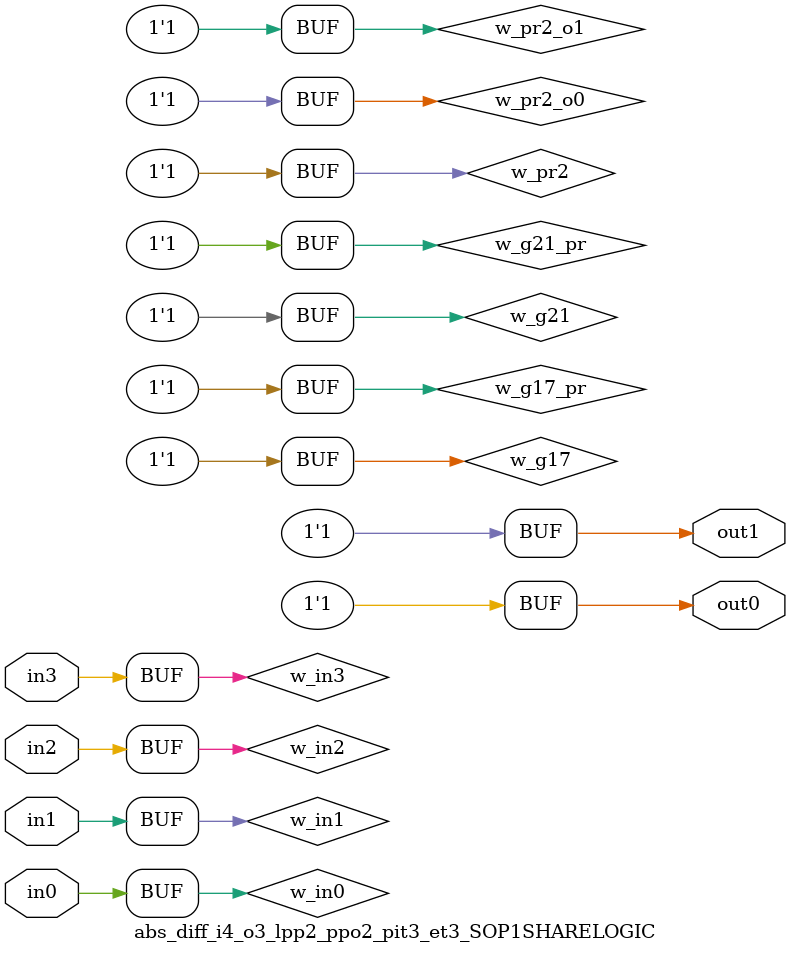
<source format=v>
module abs_diff_i4_o3_lpp2_ppo2_pit3_et3_SOP1SHARELOGIC (in0, in1, in2, in3, out0, out1);
// declaring inputs
input in0,  in1,  in2,  in3;
// declaring outputs
output out0,  out1;
// JSON model input
wire w_in3, w_in2, w_in1, w_in0;
// JSON model output
wire w_g17, w_g21;
//json model
wire w_g17_pr, w_g21_pr, w_pr0_o0, w_pr1_o0, w_pr2_o0, w_pr0_o1, w_pr1_o1, w_pr2_o1, w_pr0, w_pr1, w_pr2;
// JSON model input assign
assign w_in3 = in3;
assign w_in2 = in2;
assign w_in1 = in1;
assign w_in0 = in0;

//json model assigns (approximated Shared/XPAT part)
//assign literals to products
assign w_pr0 = w_in1 & w_in3;
assign w_pr1 = ~w_in1;
assign w_pr2 = 1;
//if a product has literals and if the product is being "activated" for that output
assign w_pr0_o0 = w_pr0 & 1;
assign w_pr1_o0 = w_pr1 & 1;
assign w_pr2_o0 = w_pr2 & 1;
assign w_pr0_o1 = w_pr0 & 0;
assign w_pr1_o1 = w_pr1 & 0;
assign w_pr2_o1 = w_pr2 & 1;
//compose an output with corresponding products (OR)
assign w_g17 = w_pr0_o0 | w_pr1_o0 | w_pr2_o0;
assign w_g21 = w_pr0_o1 | w_pr1_o1 | w_pr2_o1;
//if an output has products and if it is part of the JSON model
assign w_g17_pr = w_g17 & 1;
assign w_g21_pr = w_g21 & 1;
// output assigns
assign out0 = w_g17_pr;
assign out1 = w_g21_pr;
endmodule
</source>
